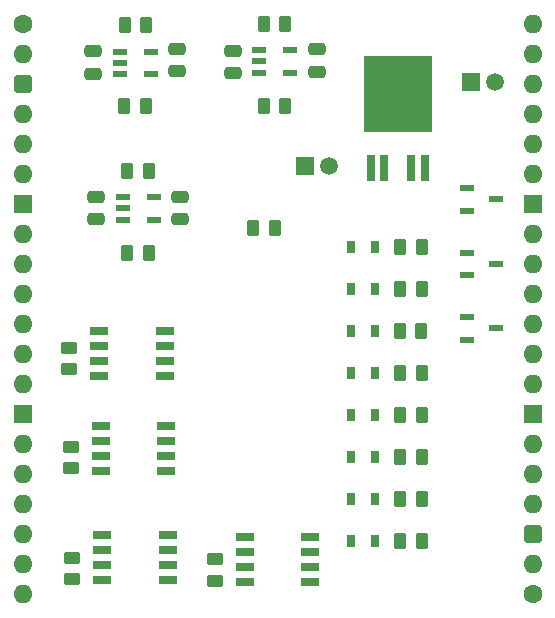
<source format=gts>
%TF.GenerationSoftware,KiCad,Pcbnew,8.0.7*%
%TF.CreationDate,2025-04-28T07:09:17+02:00*%
%TF.ProjectId,GPIO Power Switch,4750494f-2050-46f7-9765-722053776974,V0*%
%TF.SameCoordinates,Original*%
%TF.FileFunction,Soldermask,Top*%
%TF.FilePolarity,Negative*%
%FSLAX46Y46*%
G04 Gerber Fmt 4.6, Leading zero omitted, Abs format (unit mm)*
G04 Created by KiCad (PCBNEW 8.0.7) date 2025-04-28 07:09:17*
%MOMM*%
%LPD*%
G01*
G04 APERTURE LIST*
G04 Aperture macros list*
%AMRoundRect*
0 Rectangle with rounded corners*
0 $1 Rounding radius*
0 $2 $3 $4 $5 $6 $7 $8 $9 X,Y pos of 4 corners*
0 Add a 4 corners polygon primitive as box body*
4,1,4,$2,$3,$4,$5,$6,$7,$8,$9,$2,$3,0*
0 Add four circle primitives for the rounded corners*
1,1,$1+$1,$2,$3*
1,1,$1+$1,$4,$5*
1,1,$1+$1,$6,$7*
1,1,$1+$1,$8,$9*
0 Add four rect primitives between the rounded corners*
20,1,$1+$1,$2,$3,$4,$5,0*
20,1,$1+$1,$4,$5,$6,$7,0*
20,1,$1+$1,$6,$7,$8,$9,0*
20,1,$1+$1,$8,$9,$2,$3,0*%
G04 Aperture macros list end*
%ADD10R,0.800000X1.000000*%
%ADD11RoundRect,0.250000X0.450000X-0.262500X0.450000X0.262500X-0.450000X0.262500X-0.450000X-0.262500X0*%
%ADD12C,1.600000*%
%ADD13O,1.600000X1.600000*%
%ADD14RoundRect,0.400000X-0.400000X-0.400000X0.400000X-0.400000X0.400000X0.400000X-0.400000X0.400000X0*%
%ADD15R,1.600000X1.600000*%
%ADD16RoundRect,0.250000X0.262500X0.450000X-0.262500X0.450000X-0.262500X-0.450000X0.262500X-0.450000X0*%
%ADD17R,1.500000X0.700000*%
%ADD18R,1.200000X0.600000*%
%ADD19RoundRect,0.250000X0.475000X-0.250000X0.475000X0.250000X-0.475000X0.250000X-0.475000X-0.250000X0*%
%ADD20R,1.500000X1.500000*%
%ADD21C,1.500000*%
%ADD22RoundRect,0.250000X-0.262500X-0.450000X0.262500X-0.450000X0.262500X0.450000X-0.262500X0.450000X0*%
%ADD23RoundRect,0.400000X0.400000X0.400000X-0.400000X0.400000X-0.400000X-0.400000X0.400000X-0.400000X0*%
%ADD24R,1.150000X0.600000*%
%ADD25R,0.800000X2.200000*%
%ADD26R,5.800000X6.400000*%
G04 APERTURE END LIST*
D10*
%TO.C,LED2*%
X27800500Y-26015000D03*
X29800500Y-26015000D03*
%TD*%
D11*
%TO.C,R13*%
X16265000Y-47140500D03*
X16265000Y-45315500D03*
%TD*%
D12*
%TO.C,J2*%
X0Y0D03*
D13*
X0Y-2540000D03*
D14*
X0Y-5080000D03*
D13*
X0Y-7620000D03*
X0Y-10160000D03*
X0Y-12700000D03*
D15*
X0Y-15240000D03*
D13*
X0Y-17780000D03*
X0Y-20320000D03*
X0Y-22860000D03*
X0Y-25400000D03*
X0Y-27940000D03*
X0Y-30480000D03*
D15*
X0Y-33020000D03*
D13*
X0Y-35560000D03*
X0Y-38100000D03*
X0Y-40640000D03*
X0Y-43180000D03*
X0Y-45720000D03*
X0Y-48260000D03*
%TD*%
D11*
%TO.C,R1*%
X3946000Y-29233500D03*
X3946000Y-27408500D03*
%TD*%
D16*
%TO.C,R14*%
X33782000Y-18923000D03*
X31957000Y-18923000D03*
%TD*%
D10*
%TO.C,LED5*%
X27798000Y-18913000D03*
X29798000Y-18913000D03*
%TD*%
D16*
%TO.C,R4*%
X10437500Y-6995000D03*
X8612500Y-6995000D03*
%TD*%
D17*
%TO.C,IC7*%
X6750000Y-43307000D03*
X6750000Y-44577000D03*
X6750000Y-45847000D03*
X6750000Y-47117000D03*
X12300000Y-47117000D03*
X12300000Y-45847000D03*
X12300000Y-44577000D03*
X12300000Y-43307000D03*
%TD*%
D18*
%TO.C,IC9*%
X37612000Y-13909000D03*
X37612000Y-15809000D03*
X40112000Y-14859000D03*
%TD*%
D19*
%TO.C,C3*%
X24892000Y-4064000D03*
X24892000Y-2164000D03*
%TD*%
D18*
%TO.C,IC10*%
X37612000Y-24831000D03*
X37612000Y-26731000D03*
X40112000Y-25781000D03*
%TD*%
D20*
%TO.C,C9*%
X23907999Y-12065000D03*
D21*
X25907999Y-12065000D03*
%TD*%
D17*
%TO.C,IC6*%
X18815000Y-43434000D03*
X18815000Y-44704000D03*
X18815000Y-45974000D03*
X18815000Y-47244000D03*
X24365000Y-47244000D03*
X24365000Y-45974000D03*
X24365000Y-44704000D03*
X24365000Y-43434000D03*
%TD*%
D19*
%TO.C,C4*%
X13081000Y-4005500D03*
X13081000Y-2105500D03*
%TD*%
%TO.C,C6*%
X6223000Y-16555000D03*
X6223000Y-14655000D03*
%TD*%
D16*
%TO.C,R5*%
X21359500Y-17282000D03*
X19534500Y-17282000D03*
%TD*%
D10*
%TO.C,LED8*%
X27789500Y-33137000D03*
X29789500Y-33137000D03*
%TD*%
D16*
%TO.C,R18*%
X33782000Y-36703000D03*
X31957000Y-36703000D03*
%TD*%
D10*
%TO.C,LED4*%
X27789500Y-43805000D03*
X29789500Y-43805000D03*
%TD*%
D20*
%TO.C,C10*%
X37989000Y-4953000D03*
D21*
X39989000Y-4953000D03*
%TD*%
D22*
%TO.C,R7*%
X20423500Y10000D03*
X22248500Y10000D03*
%TD*%
D10*
%TO.C,LED7*%
X27789500Y-36693000D03*
X29789500Y-36693000D03*
%TD*%
D17*
%TO.C,IC1*%
X6623000Y-34036000D03*
X6623000Y-35306000D03*
X6623000Y-36576000D03*
X6623000Y-37846000D03*
X12173000Y-37846000D03*
X12173000Y-36576000D03*
X12173000Y-35306000D03*
X12173000Y-34036000D03*
%TD*%
D18*
%TO.C,IC8*%
X37612000Y-19370000D03*
X37612000Y-21270000D03*
X40112000Y-20320000D03*
%TD*%
D16*
%TO.C,R10*%
X33782000Y-29591000D03*
X31957000Y-29591000D03*
%TD*%
D11*
%TO.C,R15*%
X4210000Y-47037000D03*
X4210000Y-45212000D03*
%TD*%
D16*
%TO.C,R12*%
X33782000Y-22479000D03*
X31957000Y-22479000D03*
%TD*%
%TO.C,R3*%
X22248500Y-6995000D03*
X20423500Y-6995000D03*
%TD*%
%TO.C,R2*%
X10691500Y-19441000D03*
X8866500Y-19441000D03*
%TD*%
D12*
%TO.C,J5*%
X43180000Y-48260000D03*
D13*
X43180000Y-45720000D03*
D23*
X43180000Y-43180000D03*
D13*
X43180000Y-40640000D03*
X43180000Y-38100000D03*
X43180000Y-35560000D03*
D15*
X43180000Y-33020000D03*
D13*
X43180000Y-30480000D03*
X43180000Y-27940000D03*
X43180000Y-25400000D03*
X43180000Y-22860000D03*
X43180000Y-20320000D03*
X43180000Y-17780000D03*
D15*
X43180000Y-15240000D03*
D13*
X43180000Y-12700000D03*
X43180000Y-10160000D03*
X43180000Y-7620000D03*
X43180000Y-5080000D03*
X43180000Y-2540000D03*
X43180000Y0D03*
%TD*%
D16*
%TO.C,R19*%
X33782000Y-33147000D03*
X31957000Y-33147000D03*
%TD*%
D24*
%TO.C,IC4*%
X8225000Y-2352000D03*
X8225000Y-3302000D03*
X8225000Y-4252000D03*
X10825000Y-4252000D03*
X10825000Y-2352000D03*
%TD*%
D25*
%TO.C,Q1*%
X29470000Y-12201000D03*
X30610000Y-12201000D03*
D26*
X31750000Y-5901000D03*
D25*
X32890000Y-12201000D03*
X34030000Y-12201000D03*
%TD*%
D11*
%TO.C,R9*%
X4073000Y-37615500D03*
X4073000Y-35790500D03*
%TD*%
D24*
%TO.C,IC2*%
X8479000Y-14671000D03*
X8479000Y-15621000D03*
X8479000Y-16571000D03*
X11079000Y-16571000D03*
X11079000Y-14671000D03*
%TD*%
D22*
%TO.C,R8*%
X8866500Y-12436000D03*
X10691500Y-12436000D03*
%TD*%
D19*
%TO.C,C2*%
X13335000Y-16555000D03*
X13335000Y-14655000D03*
%TD*%
%TO.C,C8*%
X5969000Y-4236000D03*
X5969000Y-2336000D03*
%TD*%
D10*
%TO.C,LED1*%
X27800500Y-29571000D03*
X29800500Y-29571000D03*
%TD*%
%TO.C,LED3*%
X27789500Y-22469000D03*
X29789500Y-22469000D03*
%TD*%
D16*
%TO.C,R16*%
X33782000Y-43815000D03*
X31957000Y-43815000D03*
%TD*%
D24*
%TO.C,IC3*%
X20036000Y-2225000D03*
X20036000Y-3175000D03*
X20036000Y-4125000D03*
X22636000Y-4125000D03*
X22636000Y-2225000D03*
%TD*%
D17*
%TO.C,IC5*%
X6496000Y-26035000D03*
X6496000Y-27305000D03*
X6496000Y-28575000D03*
X6496000Y-29845000D03*
X12046000Y-29845000D03*
X12046000Y-28575000D03*
X12046000Y-27305000D03*
X12046000Y-26035000D03*
%TD*%
D16*
%TO.C,R17*%
X33782000Y-40259000D03*
X31957000Y-40259000D03*
%TD*%
D19*
%TO.C,C7*%
X17780000Y-4186000D03*
X17780000Y-2286000D03*
%TD*%
D16*
%TO.C,R11*%
X33758500Y-26025000D03*
X31933500Y-26025000D03*
%TD*%
D22*
%TO.C,R6*%
X8622500Y-117000D03*
X10447500Y-117000D03*
%TD*%
D10*
%TO.C,LED6*%
X27789500Y-40249000D03*
X29789500Y-40249000D03*
%TD*%
M02*

</source>
